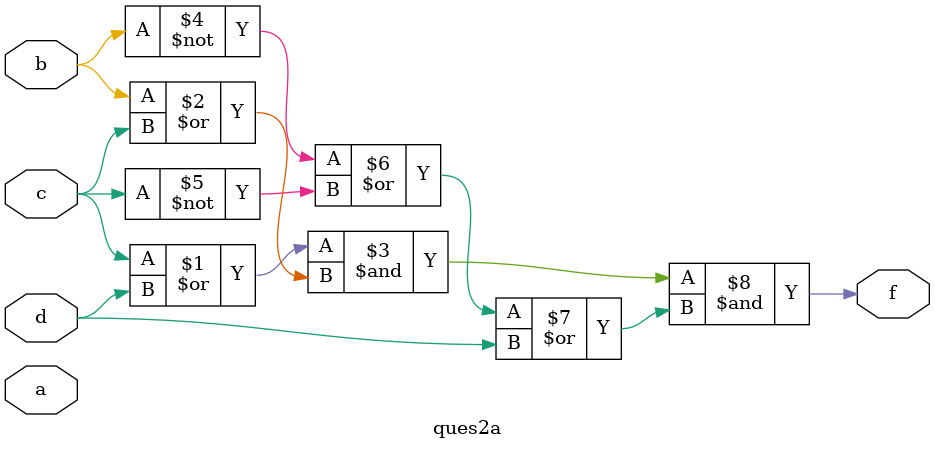
<source format=v>
module ques2a(a,b,c,d,f);
input a,b,c,d;
output f;
assign f=((c|d)&(b|c)&(~b|~c|d));
endmodule
</source>
